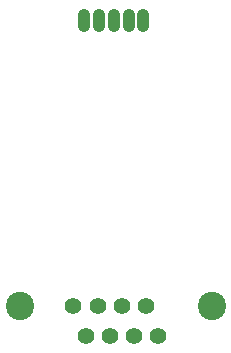
<source format=gbr>
G04 EAGLE Gerber X2 export*
%TF.Part,Single*%
%TF.FileFunction,Copper,L2,Bot,Mixed*%
%TF.FilePolarity,Positive*%
%TF.GenerationSoftware,Autodesk,EAGLE,8.7.0*%
%TF.CreationDate,2018-04-17T07:11:35Z*%
G75*
%MOMM*%
%FSLAX34Y34*%
%LPD*%
%AMOC8*
5,1,8,0,0,1.08239X$1,22.5*%
G01*
%ADD10C,1.008000*%
%ADD11C,1.422400*%
%ADD12C,2.400000*%


D10*
X368286Y400760D02*
X368286Y390680D01*
X380786Y390680D02*
X380786Y400760D01*
X393286Y400760D02*
X393286Y390680D01*
X405786Y390680D02*
X405786Y400760D01*
X418286Y400760D02*
X418286Y390680D01*
D11*
X430510Y128410D03*
X420310Y153810D03*
X410110Y128410D03*
X399910Y153810D03*
X389710Y128410D03*
X379510Y153810D03*
X369310Y128410D03*
X359110Y153810D03*
D12*
X476060Y153810D03*
X313560Y153810D03*
M02*

</source>
